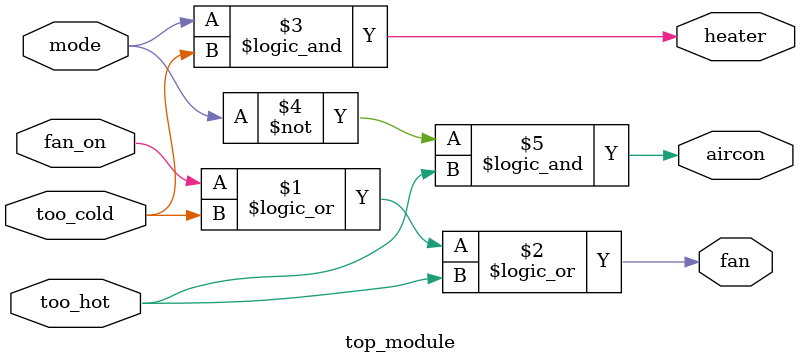
<source format=sv>
module top_module(
	input mode,
	input too_cold, 
	input too_hot,
	input fan_on,
	output heater,
	output aircon,
	output fan
);
	// Control the fan
	assign fan = fan_on || too_cold || too_hot;

	// Control the heater
	assign heater = mode && too_cold;

	// Control the air conditioner
	assign aircon = mode == 0 && too_hot;
endmodule

</source>
